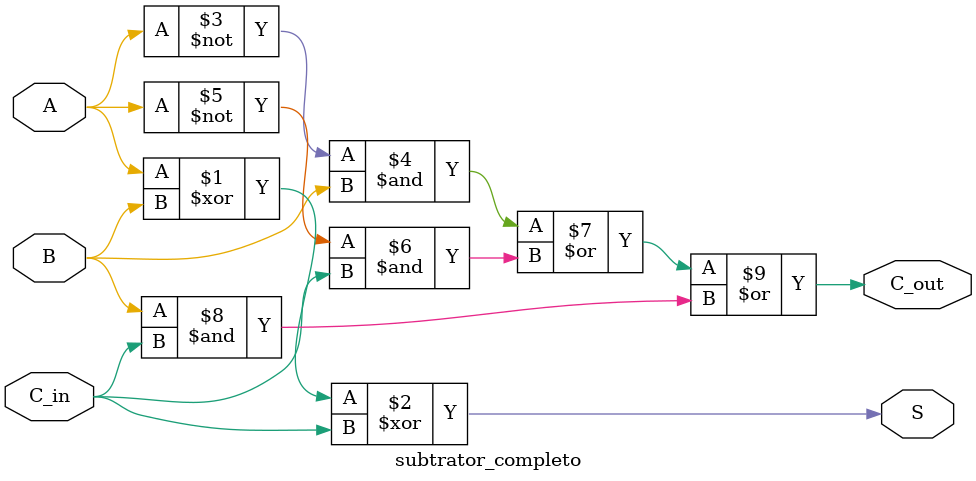
<source format=v>
`ifndef SUBTRATOR_COMPLETO
`define SUBTRATOR_COMPLETO

module subtrator_completo(A, B, C_in, S, C_out);

    input A, B, C_in;
    output S, C_out;

    assign S = (A ^ B) ^ C_in;
    assign C_out = (~A & B) | (~A & C_in) | (B & C_in);

endmodule
`endif
</source>
